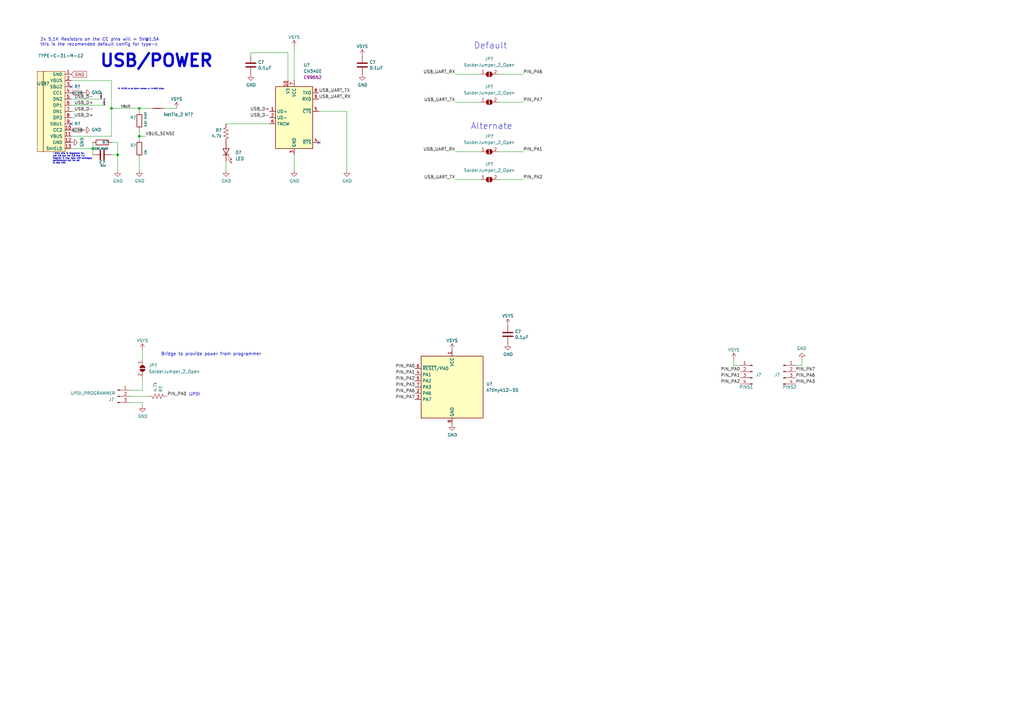
<source format=kicad_sch>
(kicad_sch (version 20211123) (generator eeschema)
  (paper "A3")
  (lib_symbols
    (symbol "Connector:Conn_01x03_Male" (pin_names (offset 1.016) hide)
      (property "Reference" "J" (at 0 5.08 0))
      (property "Value" "Conn_01x03_Male" (at 0 -5.08 0))
      (symbol "Conn_01x03_Male_1_1"
        (polyline (pts (xy 1.27 -2.54) (xy 0.8636 -2.54)) (stroke (width 0.1524)))
        (polyline (pts (xy 1.27 0) (xy 0.8636 0)) (stroke (width 0.1524)))
        (polyline (pts (xy 1.27 2.54) (xy 0.8636 2.54)) (stroke (width 0.1524)))
        (rectangle (start 0.8636 -2.413) (end 0 -2.667) (stroke (width 0.1524)) (fill (type outline)))
        (rectangle (start 0.8636 0.127) (end 0 -0.127) (stroke (width 0.1524)) (fill (type outline)))
        (rectangle (start 0.8636 2.667) (end 0 2.413) (stroke (width 0.1524)) (fill (type outline)))
        (pin passive line (at 5.08 2.54 180) (length 3.81) (name "Pin_1") (number "1"))
        (pin passive line (at 5.08 0 180) (length 3.81) (name "Pin_2") (number "2"))
        (pin passive line (at 5.08 -2.54 180) (length 3.81) (name "Pin_3") (number "3"))
      )
    )
    (symbol "Connector:Conn_01x04_Male" (pin_names (offset 1.016) hide)
      (property "Reference" "J" (at 0 5.08 0))
      (property "Value" "Conn_01x04_Male" (at 0 -7.62 0))
      (symbol "Conn_01x04_Male_1_1"
        (polyline (pts (xy 1.27 -5.08) (xy 0.8636 -5.08)) (stroke (width 0.1524)))
        (polyline (pts (xy 1.27 -2.54) (xy 0.8636 -2.54)) (stroke (width 0.1524)))
        (polyline (pts (xy 1.27 0) (xy 0.8636 0)) (stroke (width 0.1524)))
        (polyline (pts (xy 1.27 2.54) (xy 0.8636 2.54)) (stroke (width 0.1524)))
        (rectangle (start 0.8636 -4.953) (end 0 -5.207) (stroke (width 0.1524)) (fill (type outline)))
        (rectangle (start 0.8636 -2.413) (end 0 -2.667) (stroke (width 0.1524)) (fill (type outline)))
        (rectangle (start 0.8636 0.127) (end 0 -0.127) (stroke (width 0.1524)) (fill (type outline)))
        (rectangle (start 0.8636 2.667) (end 0 2.413) (stroke (width 0.1524)) (fill (type outline)))
        (pin passive line (at 5.08 2.54 180) (length 3.81) (name "Pin_1") (number "1"))
        (pin passive line (at 5.08 0 180) (length 3.81) (name "Pin_2") (number "2"))
        (pin passive line (at 5.08 -2.54 180) (length 3.81) (name "Pin_3") (number "3"))
        (pin passive line (at 5.08 -5.08 180) (length 3.81) (name "Pin_4") (number "4"))
      )
    )
    (symbol "Device:C" (pin_numbers hide) (pin_names (offset 0.254))
      (property "Reference" "C" (at 0.635 2.54 0))
      (property "Value" "C" (at 0.635 -2.54 0))
      (symbol "C_0_1"
        (polyline (pts (xy -2.032 -0.762) (xy 2.032 -0.762)) (stroke (width 0.508)))
        (polyline (pts (xy -2.032 0.762) (xy 2.032 0.762)) (stroke (width 0.508)))
      )
      (symbol "C_1_1"
        (pin passive line (at 0 3.81 270) (length 2.794) (name "~") (number "1"))
        (pin passive line (at 0 -3.81 90) (length 2.794) (name "~") (number "2"))
      )
    )
    (symbol "Device:LED" (pin_numbers hide) (pin_names (offset 1.016) hide)
      (property "Reference" "D" (at 0 2.54 0))
      (property "Value" "LED" (at 0 -2.54 0))
      (symbol "LED_0_1"
        (polyline (pts (xy -1.27 -1.27) (xy -1.27 1.27)) (stroke (width 0.254)))
        (polyline (pts (xy -1.27 0) (xy 1.27 0)))
        (polyline (pts (xy 1.27 -1.27) (xy 1.27 1.27) (xy -1.27 0) (xy 1.27 -1.27)) (stroke (width 0.254)))
        (polyline (pts (xy -3.048 -0.762) (xy -4.572 -2.286) (xy -3.81 -2.286) (xy -4.572 -2.286) (xy -4.572 -1.524)))
        (polyline (pts (xy -1.778 -0.762) (xy -3.302 -2.286) (xy -2.54 -2.286) (xy -3.302 -2.286) (xy -3.302 -1.524)))
      )
      (symbol "LED_1_1"
        (pin passive line (at -3.81 0 0) (length 2.54) (name "K") (number "1"))
        (pin passive line (at 3.81 0 180) (length 2.54) (name "A") (number "2"))
      )
    )
    (symbol "Device:NetTie_2" (pin_numbers hide) (pin_names (offset 0) hide)
      (property "Reference" "NT" (at 0 1.27 0))
      (property "Value" "NetTie_2" (at 0 -1.27 0))
      (symbol "NetTie_2_0_1"
        (polyline (pts (xy -1.27 0) (xy 1.27 0)) (stroke (width 0.254)))
      )
      (symbol "NetTie_2_1_1"
        (pin passive line (at -2.54 0 0) (length 2.54) (name "1") (number "1"))
        (pin passive line (at 2.54 0 180) (length 2.54) (name "2") (number "2"))
      )
    )
    (symbol "Device:R" (pin_numbers hide) (pin_names (offset 0))
      (property "Reference" "R" (at 2.032 0 90))
      (property "Value" "R" (at 0 0 90))
      (symbol "R_0_1"
        (rectangle (start -1.016 -2.54) (end 1.016 2.54) (stroke (width 0.254)))
      )
      (symbol "R_1_1"
        (pin passive line (at 0 3.81 270) (length 1.27) (name "~") (number "1"))
        (pin passive line (at 0 -3.81 90) (length 1.27) (name "~") (number "2"))
      )
    )
    (symbol "Device:R_Small" (pin_numbers hide) (pin_names (offset 0.254) hide)
      (property "Reference" "R" (at 0.762 0.508 0))
      (property "Value" "R_Small" (at 0.762 -1.016 0))
      (symbol "R_Small_0_1"
        (rectangle (start -0.762 1.778) (end 0.762 -1.778) (stroke (width 0.2032)))
      )
      (symbol "R_Small_1_1"
        (pin passive line (at 0 2.54 270) (length 0.762) (name "~") (number "1"))
        (pin passive line (at 0 -2.54 90) (length 0.762) (name "~") (number "2"))
      )
    )
    (symbol "Device:R_US" (pin_numbers hide) (pin_names (offset 0))
      (property "Reference" "R" (at 2.54 0 90))
      (property "Value" "R_US" (at -2.54 0 90))
      (symbol "R_US_0_1"
        (polyline (pts (xy 0 -2.286) (xy 0 -2.54)))
        (polyline (pts (xy 0 2.286) (xy 0 2.54)))
        (polyline (pts (xy 0 -0.762) (xy 1.016 -1.143) (xy 0 -1.524) (xy -1.016 -1.905) (xy 0 -2.286)))
        (polyline (pts (xy 0 0.762) (xy 1.016 0.381) (xy 0 0) (xy -1.016 -0.381) (xy 0 -0.762)))
        (polyline (pts (xy 0 2.286) (xy 1.016 1.905) (xy 0 1.524) (xy -1.016 1.143) (xy 0 0.762)))
      )
      (symbol "R_US_1_1"
        (pin passive line (at 0 3.81 270) (length 1.27) (name "~") (number "1"))
        (pin passive line (at 0 -3.81 90) (length 1.27) (name "~") (number "2"))
      )
    )
    (symbol "Jumper:SolderJumper_2_Open" (pin_names (offset 0) hide)
      (property "Reference" "JP" (at 0 2.032 0))
      (property "Value" "SolderJumper_2_Open" (at 0 -2.54 0))
      (symbol "SolderJumper_2_Open_0_1"
        (arc (start -0.254 1.016) (mid -1.27 0) (end -0.254 -1.016))
        (arc (start -0.254 1.016) (mid -1.27 0) (end -0.254 -1.016) (fill (type outline)))
        (polyline (pts (xy -0.254 1.016) (xy -0.254 -1.016)))
        (polyline (pts (xy 0.254 1.016) (xy 0.254 -1.016)))
        (arc (start 0.254 -1.016) (mid 1.27 0) (end 0.254 1.016))
        (arc (start 0.254 -1.016) (mid 1.27 0) (end 0.254 1.016) (fill (type outline)))
      )
      (symbol "SolderJumper_2_Open_1_1"
        (pin passive line (at -3.81 0 0) (length 2.54) (name "A") (number "1"))
        (pin passive line (at 3.81 0 180) (length 2.54) (name "B") (number "2"))
      )
    )
    (symbol "MCU_Microchip_ATtiny:ATtiny412-SS"
      (property "Reference" "U" (at -12.7 13.97 0))
      (property "Value" "ATtiny412-SS" (at 2.54 -13.97 0))
      (symbol "ATtiny412-SS_0_1"
        (rectangle (start -12.7 -12.7) (end 12.7 12.7) (stroke (width 0.254)) (fill (type background)))
      )
      (symbol "ATtiny412-SS_1_1"
        (pin power_in line (at 0 15.24 270) (length 2.54) (name "VCC") (number "1"))
        (pin bidirectional line (at 15.24 -2.54 180) (length 2.54) (name "PA6") (number "2"))
        (pin bidirectional line (at 15.24 -5.08 180) (length 2.54) (name "PA7") (number "3"))
        (pin bidirectional line (at 15.24 5.08 180) (length 2.54) (name "PA1") (number "4"))
        (pin bidirectional line (at 15.24 2.54 180) (length 2.54) (name "PA2") (number "5"))
        (pin bidirectional line (at 15.24 7.62 180) (length 2.54) (name "~{RESET}/PA0") (number "6"))
        (pin bidirectional line (at 15.24 0 180) (length 2.54) (name "PA3") (number "7"))
        (pin power_in line (at 0 -15.24 90) (length 2.54) (name "GND") (number "8"))
      )
    )
    (symbol "Type-C:HRO-TYPE-C-31-M-12" (pin_names (offset 1.016))
      (property "Reference" "USB" (at -5.08 16.51 0))
      (property "Value" "HRO-TYPE-C-31-M-12" (at -10.16 -1.27 90))
      (symbol "HRO-TYPE-C-31-M-12_0_1"
        (rectangle (start -11.43 15.24) (end -8.89 -17.78) (fill (type background)))
        (rectangle (start 0 -17.78) (end -8.89 15.24) (fill (type background)))
      )
      (symbol "HRO-TYPE-C-31-M-12_1_1"
        (pin input line (at 2.54 13.97 180) (length 2.54) (name "GND") (number "1"))
        (pin input line (at 2.54 -8.89 180) (length 2.54) (name "CC2") (number "10"))
        (pin input line (at 2.54 -11.43 180) (length 2.54) (name "VBUS") (number "11"))
        (pin input line (at 2.54 -13.97 180) (length 2.54) (name "GND") (number "12"))
        (pin input line (at 2.54 -16.51 180) (length 2.54) (name "SHIELD") (number "13"))
        (pin input line (at 2.54 11.43 180) (length 2.54) (name "VBUS") (number "2"))
        (pin input line (at 2.54 8.89 180) (length 2.54) (name "SBU2") (number "3"))
        (pin input line (at 2.54 6.35 180) (length 2.54) (name "CC1") (number "4"))
        (pin input line (at 2.54 3.81 180) (length 2.54) (name "DN2") (number "5"))
        (pin input line (at 2.54 1.27 180) (length 2.54) (name "DP1") (number "6"))
        (pin input line (at 2.54 -1.27 180) (length 2.54) (name "DN1") (number "7"))
        (pin input line (at 2.54 -3.81 180) (length 2.54) (name "DP2") (number "8"))
        (pin input line (at 2.54 -6.35 180) (length 2.54) (name "SBU1") (number "9"))
      )
    )
    (symbol "_my_kicad_library:CH340E"
      (property "Reference" "U" (at -5.08 13.97 0))
      (property "Value" "CH340E" (at 1.27 13.97 0))
      (property "LCSC" "C99652" (at 0 0 0))
      (symbol "CH340E_0_1"
        (rectangle (start -7.62 12.7) (end 7.62 -12.7) (stroke (width 0.254)) (fill (type background)))
      )
      (symbol "CH340E_1_1"
        (pin bidirectional line (at -10.16 2.54 0) (length 2.54) (name "UD+") (number "1"))
        (pin passive line (at -2.54 15.24 270) (length 2.54) (name "V3") (number "10"))
        (pin bidirectional line (at -10.16 0 0) (length 2.54) (name "UD-") (number "2"))
        (pin power_in line (at 0 -15.24 90) (length 2.54) (name "GND") (number "3"))
        (pin output line (at 10.16 -10.16 180) (length 2.54) (name "~{RTS}") (number "4"))
        (pin input line (at 10.16 2.54 180) (length 2.54) (name "~{CTS}") (number "5"))
        (pin output line (at -10.16 -2.54 0) (length 2.54) (name "TNOW") (number "6"))
        (pin power_in line (at 0 15.24 270) (length 2.54) (name "VCC") (number "7"))
        (pin output line (at 10.16 10.16 180) (length 2.54) (name "TXD") (number "8"))
        (pin input line (at 10.16 7.62 180) (length 2.54) (name "RXD") (number "9"))
      )
    )
    (symbol "_my_kicad_library:VSYS" (power) (pin_names (offset 0))
      (property "Value" "VSYS" (at 0 3.81 0))
      (symbol "VSYS_0_1"
        (polyline (pts (xy -0.762 1.27) (xy 0 2.54)))
        (polyline (pts (xy 0 0) (xy 0 2.54)))
        (polyline (pts (xy 0 2.54) (xy 0.762 1.27)))
      )
      (symbol "VSYS_1_1"
        (pin power_in line (at 0 0 90) (length 0) hide (name "VSYS") (number "1"))
      )
    )
    (symbol "power:GND" (power) (pin_names (offset 0))
      (property "Value" "GND" (at 0 -3.81 0))
      (symbol "GND_0_1"
        (polyline (pts (xy 0 0) (xy 0 -1.27) (xy 1.27 -1.27) (xy 0 -2.54) (xy -1.27 -1.27) (xy 0 -1.27)))
      )
      (symbol "GND_1_1"
        (pin power_in line (at 0 0 270) (length 0) hide (name "GND") (number "1"))
      )
    )
  )
  (junction (at 57.15 44.45))
  (junction (at 38.1 60.96))
  (junction (at 57.15 55.88))
  (junction (at 45.72 44.45))
  (junction (at 48.26 63.5))
  (no_connect (at 29.21 50.8))
  (no_connect (at 130.81 58.42))
  (no_connect (at 29.21 35.56))
  (wire (pts (xy 29.21 45.72) (xy 30.48 45.72)))
  (wire (pts (xy 120.65 19.05) (xy 120.65 33.02)))
  (wire (pts (xy 58.42 160.02) (xy 58.42 154.94)))
  (wire (pts (xy 142.24 45.72) (xy 142.24 69.85)))
  (wire (pts (xy 57.15 53.34) (xy 57.15 55.88)))
  (wire (pts (xy 130.81 45.72) (xy 142.24 45.72)))
  (wire (pts (xy 45.72 55.88) (xy 29.21 55.88)))
  (wire (pts (xy 58.42 165.1) (xy 53.34 165.1)))
  (wire (pts (xy 48.26 63.5) (xy 48.26 69.85)))
  (wire (pts (xy 214.63 73.66) (xy 204.47 73.66)))
  (wire (pts (xy 204.47 30.48) (xy 214.63 30.48)))
  (wire (pts (xy 92.71 50.8) (xy 110.49 50.8)))
  (wire (pts (xy 29.21 48.26) (xy 30.48 48.26)))
  (wire (pts (xy 186.69 62.23) (xy 196.85 62.23)))
  (wire (pts (xy 214.63 62.23) (xy 204.47 62.23)))
  (wire (pts (xy 214.63 41.91) (xy 204.47 41.91)))
  (wire (pts (xy 67.31 44.45) (xy 72.39 44.45)))
  (wire (pts (xy 186.69 30.48) (xy 196.85 30.48)))
  (wire (pts (xy 38.1 60.96) (xy 38.1 63.5)))
  (wire (pts (xy 57.15 44.45) (xy 57.15 45.72)))
  (wire (pts (xy 92.71 69.85) (xy 92.71 66.04)))
  (wire (pts (xy 186.69 73.66) (xy 196.85 73.66)))
  (wire (pts (xy 300.99 149.86) (xy 303.53 149.86)))
  (wire (pts (xy 58.42 166.37) (xy 58.42 165.1)))
  (wire (pts (xy 48.26 58.42) (xy 48.26 63.5)))
  (wire (pts (xy 186.69 41.91) (xy 196.85 41.91)))
  (wire (pts (xy 45.72 33.02) (xy 45.72 44.45)))
  (wire (pts (xy 300.99 147.32) (xy 300.99 149.86)))
  (wire (pts (xy 53.34 160.02) (xy 58.42 160.02)))
  (wire (pts (xy 102.87 22.86) (xy 102.87 21.59)))
  (wire (pts (xy 328.93 147.32) (xy 328.93 149.86)))
  (wire (pts (xy 60.96 162.56) (xy 53.34 162.56)))
  (wire (pts (xy 120.65 69.85) (xy 120.65 63.5)))
  (wire (pts (xy 57.15 69.85) (xy 57.15 64.77)))
  (wire (pts (xy 38.1 60.96) (xy 38.1 58.42)))
  (wire (pts (xy 118.11 21.59) (xy 118.11 33.02)))
  (wire (pts (xy 102.87 21.59) (xy 118.11 21.59)))
  (wire (pts (xy 29.21 43.18) (xy 43.18 43.18)))
  (wire (pts (xy 45.72 44.45) (xy 45.72 55.88)))
  (wire (pts (xy 45.72 63.5) (xy 48.26 63.5)))
  (wire (pts (xy 58.42 143.51) (xy 58.42 147.32)))
  (wire (pts (xy 45.72 44.45) (xy 57.15 44.45)))
  (wire (pts (xy 29.21 33.02) (xy 45.72 33.02)))
  (wire (pts (xy 57.15 44.45) (xy 62.23 44.45)))
  (wire (pts (xy 57.15 55.88) (xy 57.15 57.15)))
  (wire (pts (xy 29.21 40.64) (xy 41.91 40.64)))
  (wire (pts (xy 45.72 58.42) (xy 48.26 58.42)))
  (wire (pts (xy 29.21 60.96) (xy 38.1 60.96)))
  (wire (pts (xy 328.93 149.86) (xy 326.39 149.86)))
  (wire (pts (xy 57.15 55.88) (xy 59.69 55.88)))
  (text "2x 5.1K Resistors on the CC pins will = 5V@1.5A\nthis is the recomended default config for type-c" (at 16.51 19.05 0) (effects (font (size 1.27 1.27)) (justify left bottom)))
  (text "Alternate" (at 193.04 53.34 0) (effects (font (size 2.54 2.54)) (justify left bottom)))
  (text "Default" (at 194.31 20.32 0) (effects (font (size 2.54 2.54)) (justify left bottom)))
  (text "I think this is important for \nusb 3.0 but not 2.0 and 1.1\nhowever it may help with analogue\nperformance but ive yet\nto test this" (at 21.59 67.31 0) (effects (font (size 0.6 0.6)) (justify left bottom)))
  (text "UPDI" (at 77.47 162.56 0) (effects (font (size 1.27 1.27)) (justify left bottom)))
  (text "Bridge to provide power from programmer" (at 66.04 146.05 0) (effects (font (size 1.27 1.27)) (justify left bottom)))
  (text "D1 NEEDS to be 0omh resistor or 1N4002 diode" (at 48.26 36.83 0) (effects (font (size 0.508 0.508)) (justify left bottom)))
  (text "USB/POWER" (at 40.64 27.94 0) (effects (font (size 5.0038 5.0038) (thickness 1.0008) bold) (justify left bottom)))
  (label "PIN_PA0" (at 170.18 151.13 180))
  (label "PIN_PA6" (at 326.39 154.94 0))
  (label "PIN_PA7" (at 170.18 163.83 180))
  (label "USB_D+" (at 43.18 43.18 90) (effects (font (size 0.508 0.508))))
  (label "USB_UART_TX" (at 186.69 41.91 180))
  (label "USB_UART_RX" (at 186.69 30.48 180))
  (label "PIN_PA3" (at 326.39 157.48 0))
  (label "PIN_PA1" (at 303.53 154.94 180))
  (label "PIN_PA2" (at 303.53 157.48 180))
  (label "PIN_PA6" (at 170.18 161.29 180))
  (label "PIN_PA2" (at 170.18 156.21 180))
  (label "USB_D-" (at 110.49 48.26 180))
  (label "PIN_PA7" (at 326.39 152.4 0))
  (label "USB_UART_RX" (at 186.69 62.23 180))
  (label "PIN_PA1" (at 170.18 153.67 180))
  (label "PIN_PA2" (at 214.63 73.66 0))
  (label "PIN_PA0" (at 68.58 162.56 0))
  (label "USB_D+" (at 30.48 43.18 0))
  (label "USB_D-" (at 30.48 45.72 0))
  (label "USB_D-" (at 30.48 40.64 0))
  (label "USB_D+" (at 110.49 45.72 180))
  (label "VBUS" (at 49.53 44.45 0) (effects (font (size 0.9906 0.9906))))
  (label "PIN_PA1" (at 214.63 62.23 0))
  (label "PIN_PA0" (at 303.53 152.4 180))
  (label "VBUS_SENSE" (at 59.69 55.88 0))
  (label "USB_D+" (at 30.48 48.26 0))
  (label "USB_UART_TX" (at 130.81 38.1 0))
  (label "PIN_PA6" (at 214.63 30.48 0))
  (label "USB_UART_RX" (at 130.81 40.64 0))
  (label "PIN_PA3" (at 170.18 158.75 180))
  (label "USB_UART_TX" (at 186.69 73.66 180))
  (label "PIN_PA7" (at 214.63 41.91 0))
  (label "USB_D-" (at 41.91 40.64 90) (effects (font (size 0.508 0.508))))
  (global_label "GND" (shape input) (at 29.21 30.48 0) (property "Intersheet References" "${INTERSHEET_REFS}" (effects hide)))
  (symbol (lib_id "_my_kicad_library:VSYS") (at 148.59 22.86 0) (unit 1)
    (property "Reference" "#PWR?" (effects hide))
    (property "Value" "VSYS" (at 148.59 19.05 0))
  )
  (symbol (lib_id "MCU_Microchip_ATtiny:ATtiny412-SS") (at 185.42 158.75 0) (mirror y) (unit 1)
    (property "Reference" "U?" (at 199.39 157.4799 0) (effects (justify right)))
    (property "Value" "ATtiny412-SS" (at 199.39 160.0199 0) (effects (justify right)))
    (property "Footprint" "Package_SO:SOIC-8_3.9x4.9mm_P1.27mm" (effects hide))
    (property "Datasheet" "http://ww1.microchip.com/downloads/en/DeviceDoc/40001911A.pdf" (effects hide))
  )
  (symbol (lib_id "Connector:Conn_01x03_Male") (at 48.26 162.56 0) (unit 1)
    (property "Reference" "J?" (at 45.72 163.83 0))
    (property "Value" "UPDI_PROGRAMMER" (at 38.1 161.29 0))
    (property "Footprint" "Connector_PinHeader_2.54mm:PinHeader_1x03_P2.54mm_Vertical" (effects hide))
  )
  (symbol (lib_id "Device:R") (at 57.15 60.96 0) (unit 1)
    (property "Reference" "R?" (at 53.34 59.69 0) (effects (justify left)))
    (property "Value" "10k" (at 59.69 63.5 90) (effects (font (size 0.762 0.762)) (justify left)))
    (property "Footprint" "Resistor_SMD:R_0402_1005Metric" (effects hide))
    (property "LCSC" "C2906885" (effects hide))
  )
  (symbol (lib_id "_my_kicad_library:VSYS") (at 72.39 44.45 0) (unit 1)
    (property "Reference" "#PWR?" (effects hide))
    (property "Value" "VSYS" (at 72.39 40.64 0))
  )
  (symbol (lib_id "power:GND") (at 328.93 147.32 180) (unit 1)
    (property "Reference" "#PWR?" (effects hide))
    (property "Value" "GND" (at 328.803 142.9258 0))
  )
  (symbol (lib_id "power:GND") (at 102.87 30.48 0) (unit 1)
    (property "Reference" "#PWR?" (effects hide))
    (property "Value" "GND" (at 102.997 34.8742 0))
  )
  (symbol (lib_id "power:GND") (at 92.71 69.85 0) (unit 1)
    (property "Reference" "#PWR?" (effects hide))
    (property "Value" "GND" (at 92.837 74.2442 0))
  )
  (symbol (lib_id "Device:R_US") (at 92.71 54.61 0) (mirror y) (unit 1)
    (property "Reference" "R?" (at 90.9828 53.4416 0) (effects (justify left)))
    (property "Value" "4.7k" (at 90.9828 55.753 0) (effects (justify left)))
    (property "Footprint" "Resistor_SMD:R_0402_1005Metric" (effects hide))
    (property "LCSC" "C2906885" (effects hide))
  )
  (symbol (lib_id "power:GND") (at 29.21 58.42 90) (unit 1)
    (property "Reference" "#PWR?" (effects hide))
    (property "Value" "GND" (at 33.6042 58.293 0))
  )
  (symbol (lib_id "power:GND") (at 208.28 140.97 0) (unit 1)
    (property "Reference" "#PWR?" (effects hide))
    (property "Value" "GND" (at 208.407 145.3642 0))
  )
  (symbol (lib_id "_my_kicad_library:VSYS") (at 208.28 133.35 0) (unit 1)
    (property "Reference" "#PWR?" (effects hide))
    (property "Value" "VSYS" (at 208.28 129.54 0))
  )
  (symbol (lib_id "power:GND") (at 58.42 166.37 0) (unit 1)
    (property "Reference" "#PWR?" (effects hide))
    (property "Value" "GND" (at 58.547 170.7642 0))
  )
  (symbol (lib_id "Type-C:HRO-TYPE-C-31-M-12") (at 26.67 44.45 0) (unit 1)
    (property "Reference" "USB?" (at 20.32 34.29 0) (effects (justify right)))
    (property "Value" "TYPE-C-31-M-12" (at 34.29 22.86 0) (effects (justify right)))
    (property "Footprint" "HRO:HRO-TYPE-C-31-M-12" (effects hide))
    (property "LCSC" "C165948" (effects hide))
  )
  (symbol (lib_id "power:GND") (at 34.29 53.34 90) (unit 1)
    (property "Reference" "#PWR?" (effects hide))
    (property "Value" "GND" (at 37.5412 53.213 90) (effects (justify right)))
  )
  (symbol (lib_id "_my_kicad_library:VSYS") (at 185.42 143.51 0) (unit 1)
    (property "Reference" "#PWR?" (effects hide))
    (property "Value" "VSYS" (at 185.42 139.7 0))
  )
  (symbol (lib_id "Device:R") (at 41.91 58.42 90) (unit 1)
    (property "Reference" "R?" (at 44.45 58.42 90) (effects (justify left)))
    (property "Value" "220 0402" (at 44.45 60.96 90) (effects (font (size 0.762 0.762)) (justify left)))
    (property "Footprint" "Resistor_SMD:R_0402_1005Metric" (effects hide))
    (property "LCSC" "C25091" (effects hide))
  )
  (symbol (lib_id "_my_kicad_library:CH340E") (at 120.65 48.26 0) (unit 1)
    (property "Reference" "U?" (at 124.46 26.67 0) (effects (justify left)))
    (property "Value" "CH340E" (at 124.46 29.21 0) (effects (justify left)))
    (property "Footprint" "Package_SO:MSOP-10_3x3mm_P0.5mm" (effects hide))
    (property "Datasheet" "https://www.mpja.com/download/35227cpdata.pdf" (effects hide))
    (property "LCSC" "C99652" (at 124.46 31.75 0) (effects (justify left)))
  )
  (symbol (lib_id "Device:C") (at 102.87 26.67 0) (unit 1)
    (property "Reference" "C?" (at 105.791 25.5016 0) (effects (justify left)))
    (property "Value" "0.1μF" (at 105.791 27.813 0) (effects (justify left)))
    (property "Footprint" "Capacitor_SMD:C_0603_1608Metric" (effects hide))
    (property "LCSC" "C14663" (effects hide))
  )
  (symbol (lib_id "Device:R") (at 57.15 49.53 0) (unit 1)
    (property "Reference" "R?" (at 53.34 48.26 0) (effects (justify left)))
    (property "Value" "5.6K 0402" (at 59.69 52.07 90) (effects (font (size 0.762 0.762)) (justify left)))
    (property "Footprint" "Resistor_SMD:R_0402_1005Metric" (effects hide))
    (property "LCSC" "C25908" (effects hide))
  )
  (symbol (lib_id "Connector:Conn_01x04_Male") (at 321.31 152.4 0) (unit 1)
    (property "Reference" "J?" (at 318.77 153.67 0))
    (property "Value" "PINS2" (at 323.85 158.75 0))
    (property "Footprint" "Connector_PinHeader_2.54mm:PinHeader_1x04_P2.54mm_Vertical" (effects hide))
  )
  (symbol (lib_id "_my_kicad_library:VSYS") (at 300.99 147.32 0) (unit 1)
    (property "Reference" "#PWR?" (effects hide))
    (property "Value" "VSYS" (at 300.99 143.51 0))
  )
  (symbol (lib_id "_my_kicad_library:VSYS") (at 120.65 19.05 0) (unit 1)
    (property "Reference" "#PWR?" (effects hide))
    (property "Value" "VSYS" (at 120.65 15.24 0))
  )
  (symbol (lib_id "_my_kicad_library:VSYS") (at 58.42 143.51 0) (unit 1)
    (property "Reference" "#PWR?" (effects hide))
    (property "Value" "VSYS" (at 58.42 139.7 0))
  )
  (symbol (lib_id "power:GND") (at 48.26 69.85 0) (unit 1)
    (property "Reference" "#PWR?" (effects hide))
    (property "Value" "GND" (at 48.387 74.2442 0))
  )
  (symbol (lib_id "Device:R_Small") (at 31.75 53.34 270) (unit 1)
    (property "Reference" "R?" (at 31.75 50.8 90))
    (property "Value" "5.1K 0402" (at 31.75 53.34 90) (effects (font (size 0.508 0.508))))
    (property "Footprint" "Resistor_SMD:R_0402_1005Metric" (effects hide))
    (property "LCSC" "C25941" (effects hide))
  )
  (symbol (lib_id "power:GND") (at 34.29 38.1 90) (unit 1)
    (property "Reference" "#PWR?" (effects hide))
    (property "Value" "GND" (at 37.5412 37.973 90) (effects (justify right)))
  )
  (symbol (lib_id "Device:NetTie_2") (at 64.77 44.45 0) (unit 1)
    (property "Reference" "NT?" (at 77.47 46.99 0))
    (property "Value" "NetTie_2" (at 71.12 46.99 0))
    (property "Footprint" "NetTie:NetTie-2_SMD_Pad0.5mm" (effects hide))
  )
  (symbol (lib_id "Device:R_US") (at 64.77 162.56 270) (mirror x) (unit 1)
    (property "Reference" "R?" (at 65.9384 160.8328 0) (effects (justify left)))
    (property "Value" "4.7k" (at 63.627 160.8328 0) (effects (justify left)))
    (property "Footprint" "Resistor_SMD:R_0402_1005Metric" (effects hide))
    (property "LCSC" "C2906885" (effects hide))
  )
  (symbol (lib_id "Jumper:SolderJumper_2_Open") (at 200.66 30.48 0) (unit 1)
    (property "Reference" "JP?" (at 200.66 24.13 0))
    (property "Value" "SolderJumper_2_Open" (at 200.66 26.67 0))
  )
  (symbol (lib_id "Jumper:SolderJumper_2_Open") (at 200.66 41.91 0) (unit 1)
    (property "Reference" "JP?" (at 200.66 35.56 0))
    (property "Value" "SolderJumper_2_Open" (at 200.66 38.1 0))
  )
  (symbol (lib_id "Jumper:SolderJumper_2_Open") (at 58.42 151.13 270) (unit 1)
    (property "Reference" "JP?" (at 60.96 149.8599 90) (effects (justify left)))
    (property "Value" "SolderJumper_2_Open" (at 60.96 152.3999 90) (effects (justify left)))
  )
  (symbol (lib_id "Device:R_Small") (at 31.75 38.1 270) (unit 1)
    (property "Reference" "R?" (at 31.75 35.56 90))
    (property "Value" "5.1K 0402" (at 31.75 38.1 90) (effects (font (size 0.508 0.508))))
    (property "Footprint" "Resistor_SMD:R_0402_1005Metric" (effects hide))
    (property "LCSC" "C25941" (effects hide))
  )
  (symbol (lib_id "Jumper:SolderJumper_2_Open") (at 200.66 62.23 0) (unit 1)
    (property "Reference" "JP?" (at 200.66 55.88 0))
    (property "Value" "SolderJumper_2_Open" (at 200.66 58.42 0))
  )
  (symbol (lib_id "Connector:Conn_01x04_Male") (at 308.61 152.4 0) (mirror y) (unit 1)
    (property "Reference" "J?" (at 311.15 153.67 0))
    (property "Value" "PINS1" (at 306.07 158.75 0))
    (property "Footprint" "Connector_PinHeader_2.54mm:PinHeader_1x04_P2.54mm_Vertical" (effects hide))
  )
  (symbol (lib_id "Device:C") (at 208.28 137.16 0) (unit 1)
    (property "Reference" "C?" (at 211.201 135.9916 0) (effects (justify left)))
    (property "Value" "0.1μF" (at 211.201 138.303 0) (effects (justify left)))
    (property "Footprint" "Capacitor_SMD:C_0603_1608Metric" (effects hide))
    (property "LCSC" "C14663" (effects hide))
  )
  (symbol (lib_id "power:GND") (at 148.59 30.48 0) (unit 1)
    (property "Reference" "#PWR?" (effects hide))
    (property "Value" "GND" (at 148.717 34.8742 0))
  )
  (symbol (lib_id "power:GND") (at 57.15 69.85 0) (unit 1)
    (property "Reference" "#PWR?" (effects hide))
    (property "Value" "GND" (at 57.277 74.2442 0))
  )
  (symbol (lib_id "power:GND") (at 142.24 69.85 0) (unit 1)
    (property "Reference" "#PWR?" (effects hide))
    (property "Value" "GND" (at 142.367 74.2442 0))
  )
  (symbol (lib_id "power:GND") (at 120.65 69.85 0) (unit 1)
    (property "Reference" "#PWR?" (effects hide))
    (property "Value" "GND" (at 120.777 74.2442 0))
  )
  (symbol (lib_id "power:GND") (at 185.42 173.99 0) (unit 1)
    (property "Reference" "#PWR?" (effects hide))
    (property "Value" "GND" (at 185.547 178.3842 0))
  )
  (symbol (lib_id "Jumper:SolderJumper_2_Open") (at 200.66 73.66 0) (unit 1)
    (property "Reference" "JP?" (at 200.66 67.31 0))
    (property "Value" "SolderJumper_2_Open" (at 200.66 69.85 0))
  )
  (symbol (lib_id "Device:LED") (at 92.71 62.23 90) (unit 1)
    (property "Reference" "D?" (at 96.52 62.5474 90) (effects (justify right)))
    (property "Value" "LED" (at 96.52 65.0874 90) (effects (justify right)))
    (property "Footprint" "LED_THT:LED_D5.0mm" (effects hide))
  )
  (symbol (lib_id "Device:C") (at 41.91 63.5 270) (unit 1)
    (property "Reference" "C?" (at 40.64 66.675 90) (effects (justify left)))
    (property "Value" "0.1μF" (at 41.275 67.945 90) (effects (font (size 0.508 0.508)) (justify left)))
    (property "Footprint" "Capacitor_SMD:C_0603_1608Metric" (effects hide))
    (property "LCSC" "C14663" (effects hide))
  )
  (symbol (lib_id "Device:C") (at 148.59 26.67 0) (unit 1)
    (property "Reference" "C?" (at 151.511 25.5016 0) (effects (justify left)))
    (property "Value" "0.1μF" (at 151.511 27.813 0) (effects (justify left)))
    (property "Footprint" "Capacitor_SMD:C_0603_1608Metric" (effects hide))
    (property "LCSC" "C14663" (effects hide))
  )
)
</source>
